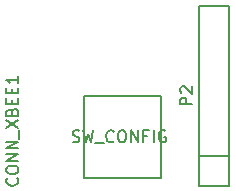
<source format=gto>
G04 #@! TF.FileFunction,Legend,Top*
%FSLAX46Y46*%
G04 Gerber Fmt 4.6, Leading zero omitted, Abs format (unit mm)*
G04 Created by KiCad (PCBNEW (2014-11-17 BZR 5289)-product) date Mon 26 Jan 2015 09:38:41 AM EST*
%MOMM*%
G01*
G04 APERTURE LIST*
%ADD10C,0.100000*%
%ADD11C,0.150000*%
G04 APERTURE END LIST*
D10*
D11*
X186750000Y-122750000D02*
X180250000Y-122750000D01*
X180250000Y-122750000D02*
X180250000Y-129750000D01*
X180250000Y-129750000D02*
X186750000Y-129750000D01*
X186750000Y-129750000D02*
X186750000Y-122750000D01*
X189980000Y-127830000D02*
X189980000Y-115130000D01*
X189980000Y-115130000D02*
X192520000Y-115130000D01*
X192520000Y-115130000D02*
X192520000Y-127830000D01*
X189980000Y-130370000D02*
X189980000Y-127830000D01*
X189980000Y-127830000D02*
X192520000Y-127830000D01*
X189980000Y-130370000D02*
X192520000Y-130370000D01*
X192520000Y-130370000D02*
X192520000Y-127830000D01*
X179297619Y-126654762D02*
X179440476Y-126702381D01*
X179678572Y-126702381D01*
X179773810Y-126654762D01*
X179821429Y-126607143D01*
X179869048Y-126511905D01*
X179869048Y-126416667D01*
X179821429Y-126321429D01*
X179773810Y-126273810D01*
X179678572Y-126226190D01*
X179488095Y-126178571D01*
X179392857Y-126130952D01*
X179345238Y-126083333D01*
X179297619Y-125988095D01*
X179297619Y-125892857D01*
X179345238Y-125797619D01*
X179392857Y-125750000D01*
X179488095Y-125702381D01*
X179726191Y-125702381D01*
X179869048Y-125750000D01*
X180202381Y-125702381D02*
X180440476Y-126702381D01*
X180630953Y-125988095D01*
X180821429Y-126702381D01*
X181059524Y-125702381D01*
X181202381Y-126797619D02*
X181964286Y-126797619D01*
X182773810Y-126607143D02*
X182726191Y-126654762D01*
X182583334Y-126702381D01*
X182488096Y-126702381D01*
X182345238Y-126654762D01*
X182250000Y-126559524D01*
X182202381Y-126464286D01*
X182154762Y-126273810D01*
X182154762Y-126130952D01*
X182202381Y-125940476D01*
X182250000Y-125845238D01*
X182345238Y-125750000D01*
X182488096Y-125702381D01*
X182583334Y-125702381D01*
X182726191Y-125750000D01*
X182773810Y-125797619D01*
X183392857Y-125702381D02*
X183583334Y-125702381D01*
X183678572Y-125750000D01*
X183773810Y-125845238D01*
X183821429Y-126035714D01*
X183821429Y-126369048D01*
X183773810Y-126559524D01*
X183678572Y-126654762D01*
X183583334Y-126702381D01*
X183392857Y-126702381D01*
X183297619Y-126654762D01*
X183202381Y-126559524D01*
X183154762Y-126369048D01*
X183154762Y-126035714D01*
X183202381Y-125845238D01*
X183297619Y-125750000D01*
X183392857Y-125702381D01*
X184250000Y-126702381D02*
X184250000Y-125702381D01*
X184821429Y-126702381D01*
X184821429Y-125702381D01*
X185630953Y-126178571D02*
X185297619Y-126178571D01*
X185297619Y-126702381D02*
X185297619Y-125702381D01*
X185773810Y-125702381D01*
X186154762Y-126702381D02*
X186154762Y-125702381D01*
X187154762Y-125750000D02*
X187059524Y-125702381D01*
X186916667Y-125702381D01*
X186773809Y-125750000D01*
X186678571Y-125845238D01*
X186630952Y-125940476D01*
X186583333Y-126130952D01*
X186583333Y-126273810D01*
X186630952Y-126464286D01*
X186678571Y-126559524D01*
X186773809Y-126654762D01*
X186916667Y-126702381D01*
X187011905Y-126702381D01*
X187154762Y-126654762D01*
X187202381Y-126607143D01*
X187202381Y-126273810D01*
X187011905Y-126273810D01*
X174607143Y-129750000D02*
X174654762Y-129797619D01*
X174702381Y-129940476D01*
X174702381Y-130035714D01*
X174654762Y-130178572D01*
X174559524Y-130273810D01*
X174464286Y-130321429D01*
X174273810Y-130369048D01*
X174130952Y-130369048D01*
X173940476Y-130321429D01*
X173845238Y-130273810D01*
X173750000Y-130178572D01*
X173702381Y-130035714D01*
X173702381Y-129940476D01*
X173750000Y-129797619D01*
X173797619Y-129750000D01*
X173702381Y-129130953D02*
X173702381Y-128940476D01*
X173750000Y-128845238D01*
X173845238Y-128750000D01*
X174035714Y-128702381D01*
X174369048Y-128702381D01*
X174559524Y-128750000D01*
X174654762Y-128845238D01*
X174702381Y-128940476D01*
X174702381Y-129130953D01*
X174654762Y-129226191D01*
X174559524Y-129321429D01*
X174369048Y-129369048D01*
X174035714Y-129369048D01*
X173845238Y-129321429D01*
X173750000Y-129226191D01*
X173702381Y-129130953D01*
X174702381Y-128273810D02*
X173702381Y-128273810D01*
X174702381Y-127702381D01*
X173702381Y-127702381D01*
X174702381Y-127226191D02*
X173702381Y-127226191D01*
X174702381Y-126654762D01*
X173702381Y-126654762D01*
X174797619Y-126416667D02*
X174797619Y-125654762D01*
X173702381Y-125511905D02*
X174702381Y-124845238D01*
X173702381Y-124845238D02*
X174702381Y-125511905D01*
X174178571Y-124130952D02*
X174226190Y-123988095D01*
X174273810Y-123940476D01*
X174369048Y-123892857D01*
X174511905Y-123892857D01*
X174607143Y-123940476D01*
X174654762Y-123988095D01*
X174702381Y-124083333D01*
X174702381Y-124464286D01*
X173702381Y-124464286D01*
X173702381Y-124130952D01*
X173750000Y-124035714D01*
X173797619Y-123988095D01*
X173892857Y-123940476D01*
X173988095Y-123940476D01*
X174083333Y-123988095D01*
X174130952Y-124035714D01*
X174178571Y-124130952D01*
X174178571Y-124464286D01*
X174178571Y-123464286D02*
X174178571Y-123130952D01*
X174702381Y-122988095D02*
X174702381Y-123464286D01*
X173702381Y-123464286D01*
X173702381Y-122988095D01*
X174178571Y-122559524D02*
X174178571Y-122226190D01*
X174702381Y-122083333D02*
X174702381Y-122559524D01*
X173702381Y-122559524D01*
X173702381Y-122083333D01*
X174702381Y-121130952D02*
X174702381Y-121702381D01*
X174702381Y-121416667D02*
X173702381Y-121416667D01*
X173845238Y-121511905D01*
X173940476Y-121607143D01*
X173988095Y-121702381D01*
X189416381Y-123488095D02*
X188416381Y-123488095D01*
X188416381Y-123107142D01*
X188464000Y-123011904D01*
X188511619Y-122964285D01*
X188606857Y-122916666D01*
X188749714Y-122916666D01*
X188844952Y-122964285D01*
X188892571Y-123011904D01*
X188940190Y-123107142D01*
X188940190Y-123488095D01*
X188511619Y-122535714D02*
X188464000Y-122488095D01*
X188416381Y-122392857D01*
X188416381Y-122154761D01*
X188464000Y-122059523D01*
X188511619Y-122011904D01*
X188606857Y-121964285D01*
X188702095Y-121964285D01*
X188844952Y-122011904D01*
X189416381Y-122583333D01*
X189416381Y-121964285D01*
M02*

</source>
